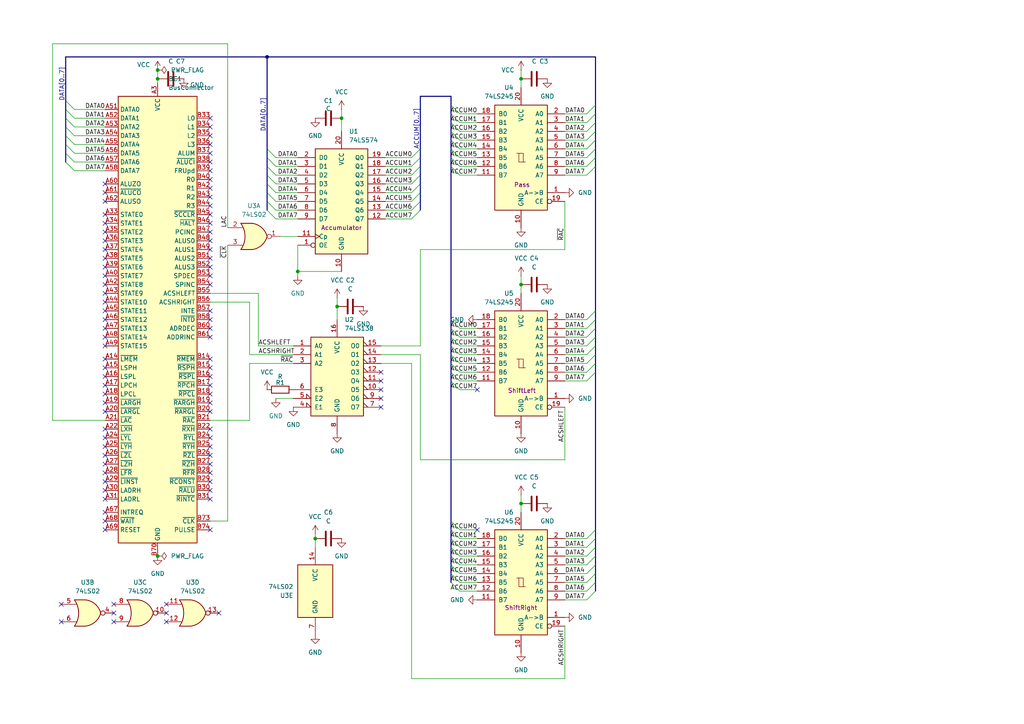
<source format=kicad_sch>
(kicad_sch (version 20250114) (generator "eeschema") (generator_version "9.0")
  (paper "A4")
  (lib_symbols
    (symbol "74xx:74LS02" (pin_names (offset 1.016))
      (property "Reference" "U" (at 0 1.27 0))
      (property "Value" "74LS02" (at 0 -1.27 0))
      (symbol "74LS02_1_1"
        (pin input line (at -7.62 2.54 0) (length 4.318) (name "~") (number "2"))
        (pin input line (at -7.62 -2.54 0) (length 4.318) (name "~") (number "3"))
        (pin output inverted (at 7.62 0 180) (length 3.81) (name "~") (number "1"))
      )
      (symbol "74LS02_1_2"
        (pin input inverted (at -7.62 2.54 0) (length 3.81) (name "~") (number "2"))
        (pin input inverted (at -7.62 -2.54 0) (length 3.81) (name "~") (number "3"))
        (pin output line (at 7.62 0 180) (length 3.81) (name "~") (number "1"))
      )
      (symbol "74LS02_2_1"
        (pin input line (at -7.62 2.54 0) (length 4.318) (name "~") (number "5"))
        (pin input line (at -7.62 -2.54 0) (length 4.318) (name "~") (number "6"))
        (pin output inverted (at 7.62 0 180) (length 3.81) (name "~") (number "4"))
      )
      (symbol "74LS02_2_2"
        (pin input inverted (at -7.62 2.54 0) (length 3.81) (name "~") (number "5"))
        (pin input inverted (at -7.62 -2.54 0) (length 3.81) (name "~") (number "6"))
        (pin output line (at 7.62 0 180) (length 3.81) (name "~") (number "4"))
      )
      (symbol "74LS02_3_1"
        (pin input line (at -7.62 2.54 0) (length 4.318) (name "~") (number "8"))
        (pin input line (at -7.62 -2.54 0) (length 4.318) (name "~") (number "9"))
        (pin output inverted (at 7.62 0 180) (length 3.81) (name "~") (number "10"))
      )
      (symbol "74LS02_3_2"
        (pin input inverted (at -7.62 2.54 0) (length 3.81) (name "~") (number "8"))
        (pin input inverted (at -7.62 -2.54 0) (length 3.81) (name "~") (number "9"))
        (pin output line (at 7.62 0 180) (length 3.81) (name "~") (number "10"))
      )
      (symbol "74LS02_4_1"
        (pin input line (at -7.62 2.54 0) (length 4.318) (name "~") (number "11"))
        (pin input line (at -7.62 -2.54 0) (length 4.318) (name "~") (number "12"))
        (pin output inverted (at 7.62 0 180) (length 3.81) (name "~") (number "13"))
      )
      (symbol "74LS02_4_2"
        (pin input inverted (at -7.62 2.54 0) (length 3.81) (name "~") (number "11"))
        (pin input inverted (at -7.62 -2.54 0) (length 3.81) (name "~") (number "12"))
        (pin output line (at 7.62 0 180) (length 3.81) (name "~") (number "13"))
      )
      (symbol "74LS02_5_0"
        (pin power_in line (at 0 12.7 270) (length 5.08) (name "VCC") (number "14"))
        (pin power_in line (at 0 -12.7 90) (length 5.08) (name "GND") (number "7"))
      )
    )
    (symbol "74xx:74LS138" (pin_names (offset 1.016))
      (property "Reference" "U" (at -7.62 11.43 0))
      (property "Value" "74LS138" (at -7.62 -13.97 0))
      (symbol "74LS138_1_0"
        (pin input line (at -12.7 7.62 0) (length 5.08) (name "A0") (number "1"))
        (pin input line (at -12.7 5.08 0) (length 5.08) (name "A1") (number "2"))
        (pin input line (at -12.7 2.54 0) (length 5.08) (name "A2") (number "3"))
        (pin input line (at -12.7 -5.08 0) (length 5.08) (name "E3") (number "6"))
        (pin input input_low (at -12.7 -7.62 0) (length 5.08) (name "E2") (number "5"))
        (pin input input_low (at -12.7 -10.16 0) (length 5.08) (name "E1") (number "4"))
        (pin power_in line (at 0 15.24 270) (length 5.08) (name "VCC") (number "16"))
        (pin power_in line (at 0 -17.78 90) (length 5.08) (name "GND") (number "8"))
        (pin output output_low (at 12.7 7.62 180) (length 5.08) (name "O0") (number "15"))
        (pin output output_low (at 12.7 5.08 180) (length 5.08) (name "O1") (number "14"))
        (pin output output_low (at 12.7 2.54 180) (length 5.08) (name "O2") (number "13"))
        (pin output output_low (at 12.7 0 180) (length 5.08) (name "O3") (number "12"))
        (pin output output_low (at 12.7 -2.54 180) (length 5.08) (name "O4") (number "11"))
        (pin output output_low (at 12.7 -5.08 180) (length 5.08) (name "O5") (number "10"))
        (pin output output_low (at 12.7 -7.62 180) (length 5.08) (name "O6") (number "9"))
        (pin output output_low (at 12.7 -10.16 180) (length 5.08) (name "O7") (number "7"))
      )
    )
    (symbol "74xx:74LS245" (pin_names (offset 1.016))
      (property "Reference" "U" (at -7.62 16.51 0))
      (property "Value" "74LS245" (at -7.62 -16.51 0))
      (symbol "74LS245_1_0"
        (pin tri_state line (at -12.7 12.7 0) (length 5.08) (name "A0") (number "2"))
        (pin tri_state line (at -12.7 10.16 0) (length 5.08) (name "A1") (number "3"))
        (pin tri_state line (at -12.7 7.62 0) (length 5.08) (name "A2") (number "4"))
        (pin tri_state line (at -12.7 5.08 0) (length 5.08) (name "A3") (number "5"))
        (pin tri_state line (at -12.7 2.54 0) (length 5.08) (name "A4") (number "6"))
        (pin tri_state line (at -12.7 0 0) (length 5.08) (name "A5") (number "7"))
        (pin tri_state line (at -12.7 -2.54 0) (length 5.08) (name "A6") (number "8"))
        (pin tri_state line (at -12.7 -5.08 0) (length 5.08) (name "A7") (number "9"))
        (pin input line (at -12.7 -10.16 0) (length 5.08) (name "A->B") (number "1"))
        (pin input inverted (at -12.7 -12.7 0) (length 5.08) (name "CE") (number "19"))
        (pin power_in line (at 0 20.32 270) (length 5.08) (name "VCC") (number "20"))
        (pin power_in line (at 0 -20.32 90) (length 5.08) (name "GND") (number "10"))
        (pin tri_state line (at 12.7 12.7 180) (length 5.08) (name "B0") (number "18"))
        (pin tri_state line (at 12.7 10.16 180) (length 5.08) (name "B1") (number "17"))
        (pin tri_state line (at 12.7 7.62 180) (length 5.08) (name "B2") (number "16"))
        (pin tri_state line (at 12.7 5.08 180) (length 5.08) (name "B3") (number "15"))
        (pin tri_state line (at 12.7 2.54 180) (length 5.08) (name "B4") (number "14"))
        (pin tri_state line (at 12.7 0 180) (length 5.08) (name "B5") (number "13"))
        (pin tri_state line (at 12.7 -2.54 180) (length 5.08) (name "B6") (number "12"))
        (pin tri_state line (at 12.7 -5.08 180) (length 5.08) (name "B7") (number "11"))
      )
    )
    (symbol "74xx:74LS574" (pin_names (offset 1.016))
      (property "Reference" "U" (at -7.62 16.51 0))
      (property "Value" "74LS574" (at -7.62 -16.51 0))
      (symbol "74LS574_1_0"
        (pin input line (at -12.7 12.7 0) (length 5.08) (name "D0") (number "2"))
        (pin input line (at -12.7 10.16 0) (length 5.08) (name "D1") (number "3"))
        (pin input line (at -12.7 7.62 0) (length 5.08) (name "D2") (number "4"))
        (pin input line (at -12.7 5.08 0) (length 5.08) (name "D3") (number "5"))
        (pin input line (at -12.7 2.54 0) (length 5.08) (name "D4") (number "6"))
        (pin input line (at -12.7 0 0) (length 5.08) (name "D5") (number "7"))
        (pin input line (at -12.7 -2.54 0) (length 5.08) (name "D6") (number "8"))
        (pin input line (at -12.7 -5.08 0) (length 5.08) (name "D7") (number "9"))
        (pin input clock (at -12.7 -10.16 0) (length 5.08) (name "Cp") (number "11"))
        (pin input inverted (at -12.7 -12.7 0) (length 5.08) (name "OE") (number "1"))
        (pin power_in line (at 0 20.32 270) (length 5.08) (name "VCC") (number "20"))
        (pin power_in line (at 0 -20.32 90) (length 5.08) (name "GND") (number "10"))
        (pin tri_state line (at 12.7 12.7 180) (length 5.08) (name "Q0") (number "19"))
        (pin tri_state line (at 12.7 10.16 180) (length 5.08) (name "Q1") (number "18"))
        (pin tri_state line (at 12.7 7.62 180) (length 5.08) (name "Q2") (number "17"))
        (pin tri_state line (at 12.7 5.08 180) (length 5.08) (name "Q3") (number "16"))
        (pin tri_state line (at 12.7 2.54 180) (length 5.08) (name "Q4") (number "15"))
        (pin tri_state line (at 12.7 0 180) (length 5.08) (name "Q5") (number "14"))
        (pin tri_state line (at 12.7 -2.54 180) (length 5.08) (name "Q6") (number "13"))
        (pin tri_state line (at 12.7 -5.08 180) (length 5.08) (name "Q7") (number "12"))
      )
    )
    (symbol "Device:C" (pin_numbers (hide yes)) (pin_names (offset 0.254))
      (property "Reference" "C" (at 0.635 2.54 0))
      (property "Value" "C" (at 0.635 -2.54 0))
      (symbol "C_1_1"
        (pin passive line (at 0 3.81 270) (length 2.794) (name "~") (number "1"))
        (pin passive line (at 0 -3.81 90) (length 2.794) (name "~") (number "2"))
      )
    )
    (symbol "Device:R" (pin_numbers (hide yes)) (pin_names (offset 0))
      (property "Reference" "R" (at 2.032 0 90))
      (property "Value" "R" (at 0 0 90))
      (symbol "R_1_1"
        (pin passive line (at 0 3.81 270) (length 1.27) (name "~") (number "1"))
        (pin passive line (at 0 -3.81 90) (length 1.27) (name "~") (number "2"))
      )
    )
    (symbol "cpu816symbols:BusConnector"
      (property "Reference" "BC" (at -8.89 66.04 0))
      (property "Value" "BusConnector" (at 13.97 66.04 0))
      (symbol "BusConnector_1_0"
        (pin passive line (at 0 68.58 270) (length 3.81) (hide yes) (name "VCC") (number "B1"))
        (pin passive line (at 0 68.58 270) (length 3.81) (hide yes) (name "VCC") (number "B2"))
        (pin passive line (at 0 68.58 270) (length 3.81) (hide yes) (name "VCC") (number "B3"))
        (pin passive line (at 0 68.58 270) (length 3.81) (hide yes) (name "VCC") (number "B4"))
        (pin passive line (at 0 68.58 270) (length 3.81) (hide yes) (name "VCC") (number "B5"))
        (pin passive line (at 0 -68.58 90) (length 3.81) (hide yes) (name "GND") (number "A66"))
        (pin passive line (at 0 -68.58 90) (length 3.81) (hide yes) (name "GND") (number "A70"))
        (pin passive line (at 0 -68.58 90) (length 3.81) (hide yes) (name "GND") (number "A71"))
        (pin passive line (at 0 -68.58 90) (length 3.81) (hide yes) (name "GND") (number "A72"))
        (pin passive line (at 0 -68.58 90) (length 3.81) (hide yes) (name "GND") (number "A73"))
        (pin passive line (at 0 -68.58 90) (length 3.81) (hide yes) (name "GND") (number "A74"))
        (pin passive line (at 0 -68.58 90) (length 3.81) (hide yes) (name "GND") (number "A75"))
        (pin passive line (at 0 -68.58 90) (length 3.81) (hide yes) (name "GND") (number "A76"))
        (pin passive line (at 0 -68.58 90) (length 3.81) (hide yes) (name "GND") (number "B12"))
        (pin passive line (at 0 -68.58 90) (length 3.81) (hide yes) (name "GND") (number "B13"))
        (pin passive line (at 0 -68.58 90) (length 3.81) (hide yes) (name "GND") (number "B23"))
        (pin passive line (at 0 -68.58 90) (length 3.81) (hide yes) (name "GND") (number "B32"))
        (pin passive line (at 0 -68.58 90) (length 3.81) (hide yes) (name "GND") (number "B41"))
        (pin passive line (at 0 -68.58 90) (length 3.81) (hide yes) (name "GND") (number "B50"))
        (pin passive line (at 0 -68.58 90) (length 3.81) (hide yes) (name "GND") (number "B59"))
        (pin passive line (at 0 -68.58 90) (length 3.81) (hide yes) (name "GND") (number "B62"))
        (pin passive line (at 0 -68.58 90) (length 3.81) (hide yes) (name "GND") (number "B63"))
        (pin passive line (at 0 -68.58 90) (length 3.81) (hide yes) (name "GND") (number "B64"))
        (pin passive line (at 0 -68.58 90) (length 3.81) (hide yes) (name "GND") (number "B65"))
        (pin passive line (at 0 -68.58 90) (length 3.81) (hide yes) (name "GND") (number "B66"))
        (pin passive line (at 0 -68.58 90) (length 3.81) (hide yes) (name "GND") (number "B67"))
        (pin passive line (at 0 -68.58 90) (length 3.81) (hide yes) (name "GND") (number "B68"))
        (pin passive line (at 0 -68.58 90) (length 3.81) (hide yes) (name "GND") (number "B69"))
        (pin power_in line (at 0 -68.58 90) (length 3.81) (name "GND") (number "B70"))
        (pin passive line (at 0 -68.58 90) (length 3.81) (hide yes) (name "GND") (number "B71"))
        (pin passive line (at 0 -68.58 90) (length 3.81) (hide yes) (name "GND") (number "B72"))
        (pin passive line (at 0 -68.58 90) (length 3.81) (hide yes) (name "GND") (number "B75"))
        (pin passive line (at 0 -68.58 90) (length 3.81) (hide yes) (name "GND") (number "B76"))
      )
      (symbol "BusConnector_1_1"
        (pin passive line (at -15.24 58.42 0) (length 3.81) (name "L0") (number "B33"))
        (pin passive line (at -15.24 55.88 0) (length 3.81) (name "L1") (number "B34"))
        (pin passive line (at -15.24 53.34 0) (length 3.81) (name "L2") (number "B35"))
        (pin passive line (at -15.24 50.8 0) (length 3.81) (name "L3") (number "B36"))
        (pin passive line (at -15.24 48.26 0) (length 3.81) (name "ALUM") (number "B37"))
        (pin passive line (at -15.24 45.72 0) (length 3.81) (name "~{ALUCI}") (number "B38"))
        (pin passive line (at -15.24 43.18 0) (length 3.81) (name "FRUpd") (number "B39"))
        (pin passive line (at -15.24 40.64 0) (length 3.81) (name "R0") (number "B40"))
        (pin passive line (at -15.24 38.1 0) (length 3.81) (name "R1") (number "B42"))
        (pin passive line (at -15.24 35.56 0) (length 3.81) (name "R2") (number "B43"))
        (pin passive line (at -15.24 33.02 0) (length 3.81) (name "R3") (number "B44"))
        (pin passive line (at -15.24 30.48 0) (length 3.81) (name "~{SCCLR}") (number "B45"))
        (pin passive line (at -15.24 27.94 0) (length 3.81) (name "~{HALT}") (number "B46"))
        (pin passive line (at -15.24 25.4 0) (length 3.81) (name "PCINC") (number "B47"))
        (pin passive line (at -15.24 22.86 0) (length 3.81) (name "ALUS0") (number "B48"))
        (pin passive line (at -15.24 20.32 0) (length 3.81) (name "ALUS1") (number "B49"))
        (pin passive line (at -15.24 17.78 0) (length 3.81) (name "ALUS2") (number "B51"))
        (pin passive line (at -15.24 15.24 0) (length 3.81) (name "ALUS3") (number "B52"))
        (pin passive line (at -15.24 12.7 0) (length 3.81) (name "SPDEC") (number "B53"))
        (pin passive line (at -15.24 10.16 0) (length 3.81) (name "SPINC") (number "B54"))
        (pin passive line (at -15.24 7.62 0) (length 3.81) (name "ACSHLEFT") (number "B55"))
        (pin passive line (at -15.24 5.08 0) (length 3.81) (name "ACSHRIGHT") (number "B56"))
        (pin passive line (at -15.24 2.54 0) (length 3.81) (name "INTE") (number "B57"))
        (pin passive line (at -15.24 0 0) (length 3.81) (name "~{INTD}") (number "B58"))
        (pin passive line (at -15.24 -2.54 0) (length 3.81) (name "ADRDEC") (number "B60"))
        (pin passive line (at -15.24 -5.08 0) (length 3.81) (name "ADDRINC") (number "B61"))
        (pin passive line (at -15.24 -11.43 0) (length 3.81) (name "~{RMEM}") (number "B14"))
        (pin passive line (at -15.24 -13.97 0) (length 3.81) (name "~{RSPH}") (number "B15"))
        (pin passive line (at -15.24 -16.51 0) (length 3.81) (name "~{RSPL}") (number "B16"))
        (pin passive line (at -15.24 -19.05 0) (length 3.81) (name "~{RPCH}") (number "B17"))
        (pin passive line (at -15.24 -21.59 0) (length 3.81) (name "~{RPCL}") (number "B18"))
        (pin passive line (at -15.24 -24.13 0) (length 3.81) (name "~{RARGH}") (number "B19"))
        (pin passive line (at -15.24 -26.67 0) (length 3.81) (name "~{RARGL}") (number "B20"))
        (pin passive line (at -15.24 -29.21 0) (length 3.81) (name "~{RAC}") (number "B21"))
        (pin passive line (at -15.24 -31.75 0) (length 3.81) (name "~{RXH}") (number "B22"))
        (pin passive line (at -15.24 -34.29 0) (length 3.81) (name "~{RYL}") (number "B24"))
        (pin passive line (at -15.24 -36.83 0) (length 3.81) (name "~{RYH}") (number "B25"))
        (pin passive line (at -15.24 -39.37 0) (length 3.81) (name "~{RZL}") (number "B26"))
        (pin passive line (at -15.24 -41.91 0) (length 3.81) (name "~{RZH}") (number "B27"))
        (pin passive line (at -15.24 -44.45 0) (length 3.81) (name "~{RFR}") (number "B28"))
        (pin passive line (at -15.24 -46.99 0) (length 3.81) (name "~{RCONST}") (number "B29"))
        (pin passive line (at -15.24 -49.53 0) (length 3.81) (name "~{RALU}") (number "B30"))
        (pin passive line (at -15.24 -52.07 0) (length 3.81) (name "~{RINTC}") (number "B31"))
        (pin passive line (at -15.24 -58.42 0) (length 3.81) (name "~{CLK}") (number "B73"))
        (pin passive line (at -15.24 -60.96 0) (length 3.81) (name "PULSE") (number "B74"))
        (pin passive line (at 0 68.58 270) (length 3.81) (hide yes) (name "VCC") (number "A1"))
        (pin passive line (at 0 68.58 270) (length 3.81) (hide yes) (name "VCC") (number "A2"))
        (pin power_in line (at 0 68.58 270) (length 3.81) (name "VCC") (number "A3"))
        (pin passive line (at 0 68.58 270) (length 3.81) (hide yes) (name "VCC") (number "A4"))
        (pin passive line (at 0 68.58 270) (length 3.81) (hide yes) (name "VCC") (number "A5"))
        (pin passive line (at 0 -68.58 90) (length 3.81) (hide yes) (name "GND") (number "A12"))
        (pin passive line (at 0 -68.58 90) (length 3.81) (hide yes) (name "GND") (number "A13"))
        (pin passive line (at 0 -68.58 90) (length 3.81) (hide yes) (name "GND") (number "A23"))
        (pin passive line (at 0 -68.58 90) (length 3.81) (hide yes) (name "GND") (number "A32"))
        (pin passive line (at 0 -68.58 90) (length 3.81) (hide yes) (name "GND") (number "A41"))
        (pin passive line (at 0 -68.58 90) (length 3.81) (hide yes) (name "GND") (number "A50"))
        (pin passive line (at 0 -68.58 90) (length 3.81) (hide yes) (name "GND") (number "A59"))
        (pin passive line (at 0 -68.58 90) (length 3.81) (hide yes) (name "GND") (number "A63"))
        (pin passive line (at 0 -68.58 90) (length 3.81) (hide yes) (name "GND") (number "A64"))
        (pin passive line (at 0 -68.58 90) (length 3.81) (hide yes) (name "GND") (number "A65"))
        (pin passive line (at 15.24 60.96 180) (length 3.81) (name "DATA0") (number "A51"))
        (pin passive line (at 15.24 58.42 180) (length 3.81) (name "DATA1") (number "A52"))
        (pin passive line (at 15.24 55.88 180) (length 3.81) (name "DATA2") (number "A53"))
        (pin passive line (at 15.24 53.34 180) (length 3.81) (name "DATA3") (number "A54"))
        (pin passive line (at 15.24 50.8 180) (length 3.81) (name "DATA4") (number "A55"))
        (pin passive line (at 15.24 48.26 180) (length 3.81) (name "DATA5") (number "A56"))
        (pin passive line (at 15.24 45.72 180) (length 3.81) (name "DATA6") (number "A57"))
        (pin passive line (at 15.24 43.18 180) (length 3.81) (name "DATA7") (number "A58"))
        (pin passive line (at 15.24 39.37 180) (length 3.81) (name "ALUZO") (number "A60"))
        (pin passive line (at 15.24 36.83 180) (length 3.81) (name "~{ALUCO}") (number "A61"))
        (pin passive line (at 15.24 34.29 180) (length 3.81) (name "ALUSO") (number "A62"))
        (pin passive line (at 15.24 30.48 180) (length 3.81) (name "STATE0") (number "A33"))
        (pin passive line (at 15.24 27.94 180) (length 3.81) (name "STATE1") (number "A34"))
        (pin passive line (at 15.24 25.4 180) (length 3.81) (name "STATE2") (number "A35"))
        (pin passive line (at 15.24 22.86 180) (length 3.81) (name "STATE3") (number "A36"))
        (pin passive line (at 15.24 20.32 180) (length 3.81) (name "STATE4") (number "A37"))
        (pin passive line (at 15.24 17.78 180) (length 3.81) (name "STATE5") (number "A38"))
        (pin passive line (at 15.24 15.24 180) (length 3.81) (name "STATE6") (number "A39"))
        (pin passive line (at 15.24 12.7 180) (length 3.81) (name "STATE7") (number "A40"))
        (pin passive line (at 15.24 10.16 180) (length 3.81) (name "STATE8") (number "A42"))
        (pin passive line (at 15.24 7.62 180) (length 3.81) (name "STATE9") (number "A43"))
        (pin passive line (at 15.24 5.08 180) (length 3.81) (name "STATE10") (number "A44"))
        (pin passive line (at 15.24 2.54 180) (length 3.81) (name "STATE11") (number "A45"))
        (pin passive line (at 15.24 0 180) (length 3.81) (name "STATE12") (number "A46"))
        (pin passive line (at 15.24 -2.54 180) (length 3.81) (name "STATE13") (number "A47"))
        (pin passive line (at 15.24 -5.08 180) (length 3.81) (name "STATE14") (number "A48"))
        (pin passive line (at 15.24 -7.62 180) (length 3.81) (name "STATE15") (number "A49"))
        (pin passive line (at 15.24 -11.43 180) (length 3.81) (name "~{LMEM}") (number "A14"))
        (pin passive line (at 15.24 -13.97 180) (length 3.81) (name "LSPH") (number "A15"))
        (pin passive line (at 15.24 -16.51 180) (length 3.81) (name "LSPL") (number "A16"))
        (pin passive line (at 15.24 -19.05 180) (length 3.81) (name "LPCH") (number "A17"))
        (pin passive line (at 15.24 -21.59 180) (length 3.81) (name "LPCL") (number "A18"))
        (pin passive line (at 15.24 -24.13 180) (length 3.81) (name "~{LARGH}") (number "A19"))
        (pin passive line (at 15.24 -26.67 180) (length 3.81) (name "~{LARGL}") (number "A20"))
        (pin passive line (at 15.24 -29.21 180) (length 3.81) (name "~{LAC}") (number "A21"))
        (pin passive line (at 15.24 -31.75 180) (length 3.81) (name "~{LXH}") (number "A22"))
        (pin passive line (at 15.24 -34.29 180) (length 3.81) (name "~{LYL}") (number "A24"))
        (pin passive line (at 15.24 -36.83 180) (length 3.81) (name "~{LYH}") (number "A25"))
        (pin passive line (at 15.24 -39.37 180) (length 3.81) (name "~{LZL}") (number "A26"))
        (pin passive line (at 15.24 -41.91 180) (length 3.81) (name "~{LZH}") (number "A27"))
        (pin passive line (at 15.24 -44.45 180) (length 3.81) (name "~{LFR}") (number "A28"))
        (pin passive line (at 15.24 -46.99 180) (length 3.81) (name "~{LINST}") (number "A29"))
        (pin passive line (at 15.24 -49.53 180) (length 3.81) (name "LADRH") (number "A30"))
        (pin passive line (at 15.24 -52.07 180) (length 3.81) (name "LADRL") (number "A31"))
        (pin passive line (at 15.24 -55.88 180) (length 3.81) (name "INTREQ") (number "A67"))
        (pin passive line (at 15.24 -58.42 180) (length 3.81) (name "~{WAIT}") (number "A68"))
        (pin passive line (at 15.24 -60.96 180) (length 3.81) (name "RESET") (number "A69"))
      )
    )
    (symbol "power:GND" (power) (pin_numbers (hide yes)) (pin_names (offset 0) (hide yes))
      (property "Value" "GND" (at 0 -3.81 0))
      (symbol "GND_1_1"
        (pin power_in line (at 0 0 270) (length 0) (name "~") (number "1"))
      )
    )
    (symbol "power:PWR_FLAG" (power) (pin_numbers (hide yes)) (pin_names (offset 0) (hide yes))
      (property "Value" "PWR_FLAG" (at 0 3.81 0))
      (symbol "PWR_FLAG_0_0"
        (pin power_out line (at 0 0 90) (length 0) (name "~") (number "1"))
      )
    )
    (symbol "power:VCC" (power) (pin_numbers (hide yes)) (pin_names (offset 0) (hide yes))
      (property "Value" "VCC" (at 0 3.556 0))
      (symbol "VCC_1_1"
        (pin power_in line (at 0 0 90) (length 0) (name "~") (number "1"))
      )
    )
  )
  (junction (at 45.72 20.32))
  (junction (at 151.13 22.86))
  (junction (at 151.13 82.55))
  (junction (at 151.13 146.05))
  (junction (at 99.06 34.29))
  (junction (at 97.79 88.9))
  (junction (at 86.36 78.74))
  (junction (at 91.44 156.21))
  (junction (at 77.47 16.51))
  (junction (at 45.72 161.29))
  (junction (at 45.72 22.86))
  (no_connect (at 30.48 90.17))
  (no_connect (at 60.96 57.15))
  (no_connect (at 30.48 80.01))
  (no_connect (at 60.96 72.39))
  (no_connect (at 48.26 180.34))
  (no_connect (at 30.48 124.46))
  (no_connect (at 30.48 77.47))
  (no_connect (at 30.48 109.22))
  (no_connect (at 60.96 39.37))
  (no_connect (at 60.96 139.7))
  (no_connect (at 60.96 132.08))
  (no_connect (at 138.43 153.67))
  (no_connect (at 60.96 59.69))
  (no_connect (at 60.96 74.93))
  (no_connect (at 30.48 67.31))
  (no_connect (at 110.49 110.49))
  (no_connect (at 33.02 180.34))
  (no_connect (at 30.48 106.68))
  (no_connect (at 60.96 142.24))
  (no_connect (at 30.48 137.16))
  (no_connect (at 30.48 119.38))
  (no_connect (at 30.48 62.23))
  (no_connect (at 60.96 52.07))
  (no_connect (at 60.96 137.16))
  (no_connect (at 60.96 127))
  (no_connect (at 30.48 151.13))
  (no_connect (at 30.48 132.08))
  (no_connect (at 60.96 111.76))
  (no_connect (at 30.48 153.67))
  (no_connect (at 60.96 64.77))
  (no_connect (at 30.48 58.42))
  (no_connect (at 17.78 175.26))
  (no_connect (at 30.48 134.62))
  (no_connect (at 60.96 95.25))
  (no_connect (at 110.49 118.11))
  (no_connect (at 48.26 175.26))
  (no_connect (at 30.48 114.3))
  (no_connect (at 60.96 80.01))
  (no_connect (at 138.43 113.03))
  (no_connect (at 60.96 34.29))
  (no_connect (at 30.48 129.54))
  (no_connect (at 60.96 49.53))
  (no_connect (at 30.48 127))
  (no_connect (at 60.96 92.71))
  (no_connect (at 30.48 144.78))
  (no_connect (at 60.96 124.46))
  (no_connect (at 60.96 134.62))
  (no_connect (at 30.48 92.71))
  (no_connect (at 60.96 114.3))
  (no_connect (at 60.96 67.31))
  (no_connect (at 30.48 55.88))
  (no_connect (at 60.96 119.38))
  (no_connect (at 60.96 69.85))
  (no_connect (at 60.96 153.67))
  (no_connect (at 30.48 116.84))
  (no_connect (at 110.49 115.57))
  (no_connect (at 60.96 106.68))
  (no_connect (at 60.96 46.99))
  (no_connect (at 17.78 180.34))
  (no_connect (at 30.48 100.33))
  (no_connect (at 60.96 77.47))
  (no_connect (at 60.96 44.45))
  (no_connect (at 30.48 74.93))
  (no_connect (at 60.96 129.54))
  (no_connect (at 60.96 82.55))
  (no_connect (at 60.96 97.79))
  (no_connect (at 30.48 72.39))
  (no_connect (at 60.96 90.17))
  (no_connect (at 30.48 139.7))
  (no_connect (at 30.48 85.09))
  (no_connect (at 30.48 95.25))
  (no_connect (at 60.96 104.14))
  (no_connect (at 30.48 69.85))
  (no_connect (at 60.96 144.78))
  (no_connect (at 30.48 97.79))
  (no_connect (at 60.96 36.83))
  (no_connect (at 110.49 113.03))
  (no_connect (at 30.48 82.55))
  (no_connect (at 110.49 107.95))
  (no_connect (at 30.48 104.14))
  (no_connect (at 33.02 177.8))
  (no_connect (at 30.48 53.34))
  (no_connect (at 30.48 111.76))
  (no_connect (at 60.96 41.91))
  (no_connect (at 30.48 148.59))
  (no_connect (at 60.96 116.84))
  (no_connect (at 30.48 142.24))
  (no_connect (at 33.02 175.26))
  (no_connect (at 60.96 62.23))
  (no_connect (at 48.26 177.8))
  (no_connect (at 30.48 64.77))
  (no_connect (at 30.48 87.63))
  (no_connect (at 63.5 177.8))
  (no_connect (at 60.96 54.61))
  (no_connect (at 60.96 109.22))
  (bus_entry (at 130.81 30.48) (size 2.54 2.54))
  (bus_entry (at 130.81 105.41) (size 2.54 2.54))
  (bus_entry (at 172.72 90.17) (size -2.54 2.54))
  (bus_entry (at 121.92 45.72) (size -2.54 2.54))
  (bus_entry (at 19.05 31.75) (size 2.54 2.54))
  (bus_entry (at 121.92 55.88) (size -2.54 2.54))
  (bus_entry (at 130.81 166.37) (size 2.54 2.54))
  (bus_entry (at 130.81 35.56) (size 2.54 2.54))
  (bus_entry (at 172.72 35.56) (size -2.54 2.54))
  (bus_entry (at 172.72 166.37) (size -2.54 2.54))
  (bus_entry (at 19.05 29.21) (size 2.54 2.54))
  (bus_entry (at 130.81 40.64) (size 2.54 2.54))
  (bus_entry (at 172.72 107.95) (size -2.54 2.54))
  (bus_entry (at 19.05 34.29) (size 2.54 2.54))
  (bus_entry (at 130.81 163.83) (size 2.54 2.54))
  (bus_entry (at 121.92 50.8) (size -2.54 2.54))
  (bus_entry (at 121.92 60.96) (size -2.54 2.54))
  (bus_entry (at 19.05 41.91) (size 2.54 2.54))
  (bus_entry (at 130.81 110.49) (size 2.54 2.54))
  (bus_entry (at 77.47 60.96) (size 2.54 2.54))
  (bus_entry (at 121.92 53.34) (size -2.54 2.54))
  (bus_entry (at 121.92 43.18) (size -2.54 2.54))
  (bus_entry (at 172.72 105.41) (size -2.54 2.54))
  (bus_entry (at 130.81 158.75) (size 2.54 2.54))
  (bus_entry (at 172.72 171.45) (size -2.54 2.54))
  (bus_entry (at 130.81 33.02) (size 2.54 2.54))
  (bus_entry (at 19.05 44.45) (size 2.54 2.54))
  (bus_entry (at 130.81 95.25) (size 2.54 2.54))
  (bus_entry (at 130.81 156.21) (size 2.54 2.54))
  (bus_entry (at 172.72 43.18) (size -2.54 2.54))
  (bus_entry (at 77.47 50.8) (size 2.54 2.54))
  (bus_entry (at 172.72 163.83) (size -2.54 2.54))
  (bus_entry (at 172.72 156.21) (size -2.54 2.54))
  (bus_entry (at 19.05 46.99) (size 2.54 2.54))
  (bus_entry (at 121.92 58.42) (size -2.54 2.54))
  (bus_entry (at 77.47 58.42) (size 2.54 2.54))
  (bus_entry (at 130.81 45.72) (size 2.54 2.54))
  (bus_entry (at 19.05 39.37) (size 2.54 2.54))
  (bus_entry (at 77.47 43.18) (size 2.54 2.54))
  (bus_entry (at 130.81 38.1) (size 2.54 2.54))
  (bus_entry (at 172.72 168.91) (size -2.54 2.54))
  (bus_entry (at 19.05 36.83) (size 2.54 2.54))
  (bus_entry (at 172.72 158.75) (size -2.54 2.54))
  (bus_entry (at 130.81 100.33) (size 2.54 2.54))
  (bus_entry (at 130.81 107.95) (size 2.54 2.54))
  (bus_entry (at 130.81 168.91) (size 2.54 2.54))
  (bus_entry (at 172.72 95.25) (size -2.54 2.54))
  (bus_entry (at 130.81 97.79) (size 2.54 2.54))
  (bus_entry (at 130.81 43.18) (size 2.54 2.54))
  (bus_entry (at 172.72 30.48) (size -2.54 2.54))
  (bus_entry (at 172.72 97.79) (size -2.54 2.54))
  (bus_entry (at 172.72 161.29) (size -2.54 2.54))
  (bus_entry (at 172.72 102.87) (size -2.54 2.54))
  (bus_entry (at 77.47 53.34) (size 2.54 2.54))
  (bus_entry (at 172.72 153.67) (size -2.54 2.54))
  (bus_entry (at 130.81 92.71) (size 2.54 2.54))
  (bus_entry (at 77.47 55.88) (size 2.54 2.54))
  (bus_entry (at 172.72 40.64) (size -2.54 2.54))
  (bus_entry (at 121.92 48.26) (size -2.54 2.54))
  (bus_entry (at 77.47 48.26) (size 2.54 2.54))
  (bus_entry (at 130.81 48.26) (size 2.54 2.54))
  (bus_entry (at 130.81 153.67) (size 2.54 2.54))
  (bus_entry (at 77.47 45.72) (size 2.54 2.54))
  (bus_entry (at 130.81 102.87) (size 2.54 2.54))
  (bus_entry (at 130.81 161.29) (size 2.54 2.54))
  (bus_entry (at 172.72 92.71) (size -2.54 2.54))
  (bus_entry (at 172.72 38.1) (size -2.54 2.54))
  (bus_entry (at 172.72 45.72) (size -2.54 2.54))
  (bus_entry (at 172.72 48.26) (size -2.54 2.54))
  (bus_entry (at 172.72 33.02) (size -2.54 2.54))
  (bus_entry (at 130.81 151.13) (size 2.54 2.54))
  (bus_entry (at 172.72 100.33) (size -2.54 2.54))
  (wire (pts (xy 111.76 63.5) (xy 119.38 63.5)))
  (wire (pts (xy 110.49 100.33) (xy 121.92 100.33)))
  (wire (pts (xy 111.76 48.26) (xy 119.38 48.26)))
  (wire (pts (xy 133.35 171.45) (xy 138.43 171.45)))
  (bus (pts (xy 77.47 16.51) (xy 19.05 16.51)))
  (wire (pts (xy 163.83 72.39) (xy 163.83 58.42)))
  (wire (pts (xy 74.93 100.33) (xy 85.09 100.33)))
  (wire (pts (xy 91.44 154.94) (xy 91.44 156.21)))
  (bus (pts (xy 130.81 92.71) (xy 130.81 95.25)))
  (wire (pts (xy 30.48 121.92) (xy 15.24 121.92)))
  (wire (pts (xy 133.35 105.41) (xy 138.43 105.41)))
  (wire (pts (xy 133.35 107.95) (xy 138.43 107.95)))
  (bus (pts (xy 130.81 156.21) (xy 130.81 158.75)))
  (bus (pts (xy 130.81 166.37) (xy 130.81 168.91)))
  (wire (pts (xy 170.18 110.49) (xy 163.83 110.49)))
  (wire (pts (xy 21.59 46.99) (xy 30.48 46.99)))
  (wire (pts (xy 133.35 102.87) (xy 138.43 102.87)))
  (bus (pts (xy 77.47 45.72) (xy 77.47 48.26)))
  (bus (pts (xy 130.81 107.95) (xy 130.81 110.49)))
  (bus (pts (xy 172.72 156.21) (xy 172.72 158.75)))
  (wire (pts (xy 151.13 80.01) (xy 151.13 82.55)))
  (bus (pts (xy 172.72 30.48) (xy 172.72 33.02)))
  (bus (pts (xy 19.05 34.29) (xy 19.05 36.83)))
  (wire (pts (xy 133.35 166.37) (xy 138.43 166.37)))
  (wire (pts (xy 133.35 45.72) (xy 138.43 45.72)))
  (wire (pts (xy 121.92 102.87) (xy 121.92 133.35)))
  (bus (pts (xy 172.72 40.64) (xy 172.72 43.18)))
  (wire (pts (xy 80.01 48.26) (xy 86.36 48.26)))
  (wire (pts (xy 170.18 166.37) (xy 163.83 166.37)))
  (wire (pts (xy 111.76 45.72) (xy 119.38 45.72)))
  (bus (pts (xy 172.72 102.87) (xy 172.72 105.41)))
  (wire (pts (xy 99.06 78.74) (xy 86.36 78.74)))
  (wire (pts (xy 66.04 71.12) (xy 66.04 151.13)))
  (wire (pts (xy 72.39 102.87) (xy 85.09 102.87)))
  (wire (pts (xy 80.01 50.8) (xy 86.36 50.8)))
  (bus (pts (xy 130.81 33.02) (xy 130.81 35.56)))
  (wire (pts (xy 110.49 105.41) (xy 119.38 105.41)))
  (wire (pts (xy 133.35 161.29) (xy 138.43 161.29)))
  (wire (pts (xy 133.35 100.33) (xy 138.43 100.33)))
  (wire (pts (xy 45.72 22.86) (xy 45.72 24.13)))
  (wire (pts (xy 170.18 97.79) (xy 163.83 97.79)))
  (bus (pts (xy 172.72 16.51) (xy 77.47 16.51)))
  (wire (pts (xy 72.39 121.92) (xy 72.39 105.41)))
  (bus (pts (xy 121.92 43.18) (xy 121.92 45.72)))
  (wire (pts (xy 170.18 171.45) (xy 163.83 171.45)))
  (wire (pts (xy 170.18 168.91) (xy 163.83 168.91)))
  (wire (pts (xy 80.01 55.88) (xy 86.36 55.88)))
  (wire (pts (xy 170.18 105.41) (xy 163.83 105.41)))
  (wire (pts (xy 72.39 87.63) (xy 72.39 102.87)))
  (bus (pts (xy 130.81 35.56) (xy 130.81 38.1)))
  (bus (pts (xy 19.05 29.21) (xy 19.05 31.75)))
  (wire (pts (xy 111.76 60.96) (xy 119.38 60.96)))
  (wire (pts (xy 170.18 33.02) (xy 163.83 33.02)))
  (wire (pts (xy 133.35 50.8) (xy 138.43 50.8)))
  (bus (pts (xy 172.72 100.33) (xy 172.72 102.87)))
  (bus (pts (xy 77.47 53.34) (xy 77.47 55.88)))
  (bus (pts (xy 130.81 95.25) (xy 130.81 97.79)))
  (wire (pts (xy 21.59 41.91) (xy 30.48 41.91)))
  (wire (pts (xy 66.04 12.7) (xy 66.04 66.04)))
  (wire (pts (xy 133.35 48.26) (xy 138.43 48.26)))
  (wire (pts (xy 133.35 158.75) (xy 138.43 158.75)))
  (wire (pts (xy 111.76 55.88) (xy 119.38 55.88)))
  (bus (pts (xy 130.81 105.41) (xy 130.81 107.95)))
  (wire (pts (xy 80.01 45.72) (xy 86.36 45.72)))
  (wire (pts (xy 170.18 38.1) (xy 163.83 38.1)))
  (wire (pts (xy 133.35 168.91) (xy 138.43 168.91)))
  (bus (pts (xy 121.92 53.34) (xy 121.92 55.88)))
  (wire (pts (xy 97.79 88.9) (xy 97.79 92.71)))
  (wire (pts (xy 121.92 72.39) (xy 163.83 72.39)))
  (wire (pts (xy 99.06 34.29) (xy 99.06 38.1)))
  (bus (pts (xy 172.72 48.26) (xy 172.72 90.17)))
  (wire (pts (xy 133.35 153.67) (xy 138.43 153.67)))
  (wire (pts (xy 133.35 40.64) (xy 138.43 40.64)))
  (bus (pts (xy 172.72 35.56) (xy 172.72 38.1)))
  (bus (pts (xy 130.81 100.33) (xy 130.81 102.87)))
  (bus (pts (xy 77.47 48.26) (xy 77.47 50.8)))
  (wire (pts (xy 15.24 121.92) (xy 15.24 12.7)))
  (wire (pts (xy 170.18 92.71) (xy 163.83 92.71)))
  (wire (pts (xy 170.18 102.87) (xy 163.83 102.87)))
  (wire (pts (xy 133.35 33.02) (xy 138.43 33.02)))
  (bus (pts (xy 121.92 48.26) (xy 121.92 50.8)))
  (wire (pts (xy 21.59 39.37) (xy 30.48 39.37)))
  (bus (pts (xy 172.72 43.18) (xy 172.72 45.72)))
  (wire (pts (xy 133.35 156.21) (xy 138.43 156.21)))
  (wire (pts (xy 21.59 36.83) (xy 30.48 36.83)))
  (wire (pts (xy 99.06 31.75) (xy 99.06 34.29)))
  (wire (pts (xy 170.18 48.26) (xy 163.83 48.26)))
  (bus (pts (xy 19.05 39.37) (xy 19.05 41.91)))
  (bus (pts (xy 172.72 30.48) (xy 172.72 16.51)))
  (bus (pts (xy 172.72 92.71) (xy 172.72 95.25)))
  (bus (pts (xy 19.05 16.51) (xy 19.05 29.21)))
  (wire (pts (xy 170.18 100.33) (xy 163.83 100.33)))
  (wire (pts (xy 80.01 63.5) (xy 86.36 63.5)))
  (wire (pts (xy 170.18 95.25) (xy 163.83 95.25)))
  (wire (pts (xy 119.38 196.85) (xy 163.83 196.85)))
  (wire (pts (xy 97.79 86.36) (xy 97.79 88.9)))
  (wire (pts (xy 133.35 97.79) (xy 138.43 97.79)))
  (wire (pts (xy 45.72 20.32) (xy 45.72 22.86)))
  (bus (pts (xy 130.81 158.75) (xy 130.81 161.29)))
  (wire (pts (xy 151.13 20.32) (xy 151.13 22.86)))
  (bus (pts (xy 172.72 166.37) (xy 172.72 168.91)))
  (wire (pts (xy 21.59 31.75) (xy 30.48 31.75)))
  (wire (pts (xy 133.35 38.1) (xy 138.43 38.1)))
  (wire (pts (xy 60.96 151.13) (xy 66.04 151.13)))
  (wire (pts (xy 133.35 110.49) (xy 138.43 110.49)))
  (bus (pts (xy 172.72 33.02) (xy 172.72 35.56)))
  (wire (pts (xy 60.96 85.09) (xy 74.93 85.09)))
  (wire (pts (xy 170.18 158.75) (xy 163.83 158.75)))
  (wire (pts (xy 121.92 133.35) (xy 163.83 133.35)))
  (wire (pts (xy 21.59 34.29) (xy 30.48 34.29)))
  (wire (pts (xy 110.49 102.87) (xy 121.92 102.87)))
  (wire (pts (xy 133.35 43.18) (xy 138.43 43.18)))
  (bus (pts (xy 77.47 50.8) (xy 77.47 53.34)))
  (bus (pts (xy 121.92 43.18) (xy 121.92 27.94)))
  (bus (pts (xy 121.92 45.72) (xy 121.92 48.26)))
  (bus (pts (xy 121.92 55.88) (xy 121.92 58.42)))
  (wire (pts (xy 91.44 156.21) (xy 91.44 158.75)))
  (wire (pts (xy 170.18 163.83) (xy 163.83 163.83)))
  (wire (pts (xy 133.35 113.03) (xy 138.43 113.03)))
  (bus (pts (xy 172.72 90.17) (xy 172.72 92.71)))
  (wire (pts (xy 151.13 22.86) (xy 151.13 25.4)))
  (bus (pts (xy 172.72 45.72) (xy 172.72 48.26)))
  (wire (pts (xy 133.35 35.56) (xy 138.43 35.56)))
  (wire (pts (xy 151.13 143.51) (xy 151.13 146.05)))
  (wire (pts (xy 170.18 35.56) (xy 163.83 35.56)))
  (wire (pts (xy 133.35 95.25) (xy 138.43 95.25)))
  (wire (pts (xy 80.01 115.57) (xy 85.09 115.57)))
  (bus (pts (xy 130.81 30.48) (xy 130.81 33.02)))
  (bus (pts (xy 19.05 31.75) (xy 19.05 34.29)))
  (wire (pts (xy 80.01 58.42) (xy 86.36 58.42)))
  (bus (pts (xy 172.72 97.79) (xy 172.72 100.33)))
  (bus (pts (xy 130.81 48.26) (xy 130.81 92.71)))
  (wire (pts (xy 151.13 146.05) (xy 151.13 148.59)))
  (bus (pts (xy 172.72 168.91) (xy 172.72 171.45)))
  (bus (pts (xy 130.81 102.87) (xy 130.81 105.41)))
  (bus (pts (xy 77.47 16.51) (xy 77.47 43.18)))
  (bus (pts (xy 172.72 161.29) (xy 172.72 163.83)))
  (bus (pts (xy 172.72 107.95) (xy 172.72 153.67)))
  (bus (pts (xy 19.05 36.83) (xy 19.05 39.37)))
  (wire (pts (xy 170.18 40.64) (xy 163.83 40.64)))
  (wire (pts (xy 111.76 58.42) (xy 119.38 58.42)))
  (wire (pts (xy 170.18 161.29) (xy 163.83 161.29)))
  (bus (pts (xy 130.81 43.18) (xy 130.81 45.72)))
  (wire (pts (xy 151.13 82.55) (xy 151.13 85.09)))
  (wire (pts (xy 111.76 53.34) (xy 119.38 53.34)))
  (wire (pts (xy 170.18 173.99) (xy 163.83 173.99)))
  (wire (pts (xy 80.01 53.34) (xy 86.36 53.34)))
  (wire (pts (xy 121.92 100.33) (xy 121.92 72.39)))
  (wire (pts (xy 170.18 43.18) (xy 163.83 43.18)))
  (bus (pts (xy 172.72 163.83) (xy 172.72 166.37)))
  (bus (pts (xy 130.81 161.29) (xy 130.81 163.83)))
  (bus (pts (xy 172.72 38.1) (xy 172.72 40.64)))
  (wire (pts (xy 170.18 50.8) (xy 163.83 50.8)))
  (wire (pts (xy 60.96 121.92) (xy 72.39 121.92)))
  (wire (pts (xy 170.18 156.21) (xy 163.83 156.21)))
  (bus (pts (xy 130.81 163.83) (xy 130.81 166.37)))
  (bus (pts (xy 121.92 58.42) (xy 121.92 60.96)))
  (bus (pts (xy 77.47 58.42) (xy 77.47 60.96)))
  (bus (pts (xy 130.81 45.72) (xy 130.81 48.26)))
  (bus (pts (xy 172.72 158.75) (xy 172.72 161.29)))
  (wire (pts (xy 60.96 87.63) (xy 72.39 87.63)))
  (bus (pts (xy 130.81 40.64) (xy 130.81 43.18)))
  (wire (pts (xy 170.18 45.72) (xy 163.83 45.72)))
  (wire (pts (xy 21.59 44.45) (xy 30.48 44.45)))
  (wire (pts (xy 86.36 78.74) (xy 86.36 80.01)))
  (wire (pts (xy 163.83 133.35) (xy 163.83 118.11)))
  (bus (pts (xy 77.47 55.88) (xy 77.47 58.42)))
  (bus (pts (xy 77.47 43.18) (xy 77.47 45.72)))
  (wire (pts (xy 74.93 85.09) (xy 74.93 100.33)))
  (bus (pts (xy 130.81 97.79) (xy 130.81 100.33)))
  (wire (pts (xy 119.38 105.41) (xy 119.38 196.85)))
  (bus (pts (xy 172.72 95.25) (xy 172.72 97.79)))
  (bus (pts (xy 121.92 27.94) (xy 130.81 27.94)))
  (wire (pts (xy 81.28 68.58) (xy 86.36 68.58)))
  (wire (pts (xy 80.01 60.96) (xy 86.36 60.96)))
  (wire (pts (xy 170.18 107.95) (xy 163.83 107.95)))
  (bus (pts (xy 130.81 27.94) (xy 130.81 30.48)))
  (wire (pts (xy 86.36 71.12) (xy 86.36 78.74)))
  (bus (pts (xy 130.81 151.13) (xy 130.81 153.67)))
  (wire (pts (xy 163.83 196.85) (xy 163.83 181.61)))
  (wire (pts (xy 21.59 49.53) (xy 30.48 49.53)))
  (wire (pts (xy 133.35 163.83) (xy 138.43 163.83)))
  (bus (pts (xy 121.92 50.8) (xy 121.92 53.34)))
  (bus (pts (xy 172.72 153.67) (xy 172.72 156.21)))
  (bus (pts (xy 130.81 38.1) (xy 130.81 40.64)))
  (bus (pts (xy 130.81 153.67) (xy 130.81 156.21)))
  (bus (pts (xy 19.05 44.45) (xy 19.05 46.99)))
  (bus (pts (xy 130.81 110.49) (xy 130.81 151.13)))
  (wire (pts (xy 111.76 50.8) (xy 119.38 50.8)))
  (bus (pts (xy 19.05 41.91) (xy 19.05 44.45)))
  (bus (pts (xy 172.72 105.41) (xy 172.72 107.95)))
  (wire (pts (xy 15.24 12.7) (xy 66.04 12.7)))
  (wire (pts (xy 72.39 105.41) (xy 85.09 105.41)))
  (label "DATA7" (at 163.83 50.8 0))
  (label "ACCUM5" (at 138.43 107.95 180))
  (label "ACCUM3" (at 138.43 161.29 180))
  (label "ACCUM5" (at 138.43 45.72 180))
  (label "ACCUM4" (at 138.43 163.83 180))
  (label "DATA6" (at 30.48 46.99 180))
  (label "ACCUM6" (at 138.43 110.49 180))
  (label "DATA6" (at 163.83 107.95 0))
  (label "ACCUM1" (at 138.43 97.79 180))
  (label "DATA6" (at 163.83 48.26 0))
  (label "ACSHLEFT" (at 74.93 100.33 0))
  (label "ACCUM0" (at 138.43 95.25 180))
  (label "DATA4" (at 163.83 166.37 0))
  (label "DATA[0..7]" (at 19.05 29.21 90))
  (label "ACCUM2" (at 111.76 50.8 0))
  (label "DATA4" (at 163.83 43.18 0))
  (label "ACCUM3" (at 111.76 53.34 0))
  (label "ACCUM6" (at 138.43 48.26 180))
  (label "DATA[0..7]" (at 77.47 38.1 90))
  (label "DATA0" (at 163.83 92.71 0))
  (label "~{RAC}" (at 81.28 105.41 0))
  (label "DATA6" (at 86.36 60.96 180))
  (label "ACCUM4" (at 138.43 43.18 180))
  (label "DATA2" (at 30.48 36.83 180))
  (label "ACCUM2" (at 138.43 100.33 180))
  (label "ACCUM6" (at 111.76 60.96 0))
  (label "DATA2" (at 163.83 161.29 0))
  (label "ACCUM4" (at 138.43 105.41 180))
  (label "DATA2" (at 163.83 38.1 0))
  (label "DATA7" (at 163.83 110.49 0))
  (label "ACCUM4" (at 111.76 55.88 0))
  (label "DATA3" (at 30.48 39.37 180))
  (label "ACCUM3" (at 138.43 40.64 180))
  (label "DATA0" (at 86.36 45.72 180))
  (label "ACCUM7" (at 138.43 171.45 180))
  (label "DATA7" (at 86.36 63.5 180))
  (label "ACCUM1" (at 138.43 156.21 180))
  (label "ACSHRIGHT" (at 74.93 102.87 0))
  (label "~{CLK}" (at 66.04 74.93 90))
  (label "DATA1" (at 30.48 34.29 180))
  (label "ACCUM[0..7]" (at 121.92 43.18 90))
  (label "DATA2" (at 163.83 97.79 0))
  (label "DATA5" (at 163.83 105.41 0))
  (label "ACCUM0" (at 111.76 45.72 0))
  (label "ACCUM5" (at 138.43 166.37 180))
  (label "DATA0" (at 30.48 31.75 180))
  (label "ACCUM1" (at 111.76 48.26 0))
  (label "DATA6" (at 163.83 171.45 0))
  (label "DATA3" (at 163.83 40.64 0))
  (label "DATA5" (at 86.36 58.42 180))
  (label "ACCUM7" (at 138.43 50.8 180))
  (label "DATA2" (at 86.36 50.8 180))
  (label "DATA7" (at 163.83 173.99 0))
  (label "ACCUM0" (at 138.43 33.02 180))
  (label "DATA4" (at 30.48 41.91 180))
  (label "ACCUM2" (at 138.43 38.1 180))
  (label "DATA3" (at 86.36 53.34 180))
  (label "DATA3" (at 163.83 163.83 0))
  (label "DATA5" (at 30.48 44.45 180))
  (label "DATA0" (at 163.83 156.21 0))
  (label "ACCUM3" (at 138.43 102.87 180))
  (label "ACCUM5" (at 111.76 58.42 0))
  (label "ACCUM7" (at 111.76 63.5 0))
  (label "ACSHRIGHT" (at 163.83 193.04 90))
  (label "DATA3" (at 163.83 100.33 0))
  (label "~{RAC}" (at 163.83 69.85 90))
  (label "ACCUM7" (at 138.43 113.03 180))
  (label "ACCUM2" (at 138.43 158.75 180))
  (label "DATA1" (at 86.36 48.26 180))
  (label "DATA4" (at 163.83 102.87 0))
  (label "ACCUM1" (at 138.43 35.56 180))
  (label "ACCUM0" (at 138.43 153.67 180))
  (label "DATA1" (at 163.83 158.75 0))
  (label "LAC" (at 66.04 66.04 90))
  (label "DATA0" (at 163.83 33.02 0))
  (label "ACCUM6" (at 138.43 168.91 180))
  (label "DATA1" (at 163.83 35.56 0))
  (label "DATA1" (at 163.83 95.25 0))
  (label "DATA5" (at 163.83 168.91 0))
  (label "DATA4" (at 86.36 55.88 180))
  (label "ACSHLEFT" (at 163.83 128.27 90))
  (label "DATA5" (at 163.83 45.72 0))
  (label "DATA7" (at 30.48 49.53 180))
  (symbol (lib_id "cpu816symbols:BusConnector") (at 45.72 92.71 0) (mirror y) (unit 1)
    (property "Reference" "BC1" (at 48.8381 22.86 0) (effects (justify right)))
    (property "Value" "BusConnector" (at 48.8381 25.4 0) (effects (justify right)))
    (property "Footprint" "Connector_PCBEdge:BUS_PCIexpress_x16" (effects (hide yes)))
    (property "Description" "PCI Express bus connector" (effects (hide yes)))
  )
  (symbol (lib_id "power:VCC") (at 99.06 31.75 0) (unit 1)
    (property "Reference" "#PWR01" (effects (hide yes)))
    (property "Value" "VCC" (at 99.06 26.67 0))
    (property "Description" "Power symbol creates a global label with name \"VCC\"" (effects (hide yes)))
  )
  (symbol (lib_id "power:GND") (at 163.83 115.57 90) (unit 1)
    (property "Reference" "#PWR010" (effects (hide yes)))
    (property "Value" "GND" (at 167.64 115.5699 90) (effects (justify right)))
    (property "Description" "Power symbol creates a global label with name \"GND\" , ground" (effects (hide yes)))
  )
  (symbol (lib_id "power:GND") (at 163.83 179.07 90) (unit 1)
    (property "Reference" "#PWR015" (effects (hide yes)))
    (property "Value" "GND" (at 167.64 179.0699 90) (effects (justify right)))
    (property "Description" "Power symbol creates a global label with name \"GND\" , ground" (effects (hide yes)))
  )
  (symbol (lib_id "power:GND") (at 86.36 80.01 0) (unit 1)
    (property "Reference" "#PWR02" (effects (hide yes)))
    (property "Value" "GND" (at 86.36 85.09 0))
    (property "Description" "Power symbol creates a global label with name \"GND\" , ground" (effects (hide yes)))
  )
  (symbol (lib_id "power:GND") (at 91.44 184.15 0) (unit 1)
    (property "Reference" "#PWR026" (effects (hide yes)))
    (property "Value" "GND" (at 91.44 189.23 0))
    (property "Description" "Power symbol creates a global label with name \"GND\" , ground" (effects (hide yes)))
  )
  (symbol (lib_id "power:GND") (at 91.44 34.29 0) (unit 1)
    (property "Reference" "#PWR03" (effects (hide yes)))
    (property "Value" "GND" (at 91.44 39.37 0))
    (property "Description" "Power symbol creates a global label with name \"GND\" , ground" (effects (hide yes)))
  )
  (symbol (lib_id "Device:R") (at 81.28 113.03 90) (unit 1)
    (property "Reference" "R1" (at 81.28 110.998 90))
    (property "Value" "R" (at 81.28 109.22 90))
    (property "Description" "Resistor" (effects (hide yes)))
  )
  (symbol (lib_id "power:VCC") (at 45.72 20.32 0) (unit 1)
    (property "Reference" "#PWR028" (effects (hide yes)))
    (property "Value" "VCC" (at 41.656 18.796 0))
    (property "Description" "Power symbol creates a global label with name \"VCC\"" (effects (hide yes)))
  )
  (symbol (lib_id "74xx:74LS245") (at 151.13 168.91 0) (mirror y) (unit 1)
    (property "Reference" "U6" (at 148.9867 148.59 0) (effects (justify left)))
    (property "Value" "74LS245" (at 148.9867 151.13 0) (effects (justify left)))
    (property "Footprint" "Package_DIP:DIP-20_W7.62mm_Socket_LongPads" (effects (hide yes)))
    (property "Datasheet" "http://www.ti.com/lit/gpn/sn74LS245" (effects (hide yes)))
    (property "Description" "Octal BUS Transceivers, 3-State outputs" (effects (hide yes)))
    (property "Type" "ShiftRight" (at 151.13 176.276 0))
  )
  (symbol (lib_id "power:GND") (at 151.13 125.73 0) (unit 1)
    (property "Reference" "#PWR011" (effects (hide yes)))
    (property "Value" "GND" (at 151.13 130.81 0))
    (property "Description" "Power symbol creates a global label with name \"GND\" , ground" (effects (hide yes)))
  )
  (symbol (lib_id "power:PWR_FLAG") (at 45.72 161.29 270) (unit 1)
    (property "Reference" "#FLG02" (effects (hide yes)))
    (property "Value" "PWR_FLAG" (at 49.53 161.2899 90) (effects (justify left)))
    (property "Description" "Special symbol for telling ERC where power comes from" (effects (hide yes)))
  )
  (symbol (lib_id "power:PWR_FLAG") (at 45.72 20.32 270) (unit 1)
    (property "Reference" "#FLG01" (effects (hide yes)))
    (property "Value" "PWR_FLAG" (at 49.53 20.3199 90) (effects (justify left)))
    (property "Description" "Special symbol for telling ERC where power comes from" (effects (hide yes)))
  )
  (symbol (lib_id "power:VCC") (at 151.13 80.01 0) (unit 1)
    (property "Reference" "#PWR020" (effects (hide yes)))
    (property "Value" "VCC" (at 151.13 74.93 0))
    (property "Description" "Power symbol creates a global label with name \"VCC\"" (effects (hide yes)))
  )
  (symbol (lib_id "power:VCC") (at 91.44 154.94 0) (unit 1)
    (property "Reference" "#PWR024" (effects (hide yes)))
    (property "Value" "VCC" (at 91.44 149.86 0))
    (property "Description" "Power symbol creates a global label with name \"VCC\"" (effects (hide yes)))
  )
  (symbol (lib_id "Device:C") (at 154.94 82.55 90) (unit 1)
    (property "Reference" "C4" (at 154.94 74.93 90))
    (property "Value" "C" (at 154.94 77.47 90))
    (property "Footprint" "Capacitor_SMD:C_0805_2012Metric_Pad1.18x1.45mm_HandSolder" (effects (hide yes)))
    (property "Description" "Unpolarized capacitor" (effects (hide yes)))
  )
  (symbol (lib_id "power:VCC") (at 97.79 86.36 0) (unit 1)
    (property "Reference" "#PWR04" (effects (hide yes)))
    (property "Value" "VCC" (at 97.79 81.28 0))
    (property "Description" "Power symbol creates a global label with name \"VCC\"" (effects (hide yes)))
  )
  (symbol (lib_id "power:GND") (at 151.13 189.23 0) (unit 1)
    (property "Reference" "#PWR012" (effects (hide yes)))
    (property "Value" "GND" (at 151.13 194.31 0))
    (property "Description" "Power symbol creates a global label with name \"GND\" , ground" (effects (hide yes)))
  )
  (symbol (lib_id "74xx:74LS02") (at 25.4 177.8 0) (unit 2)
    (property "Reference" "U3" (at 25.4 168.91 0))
    (property "Value" "74LS02" (at 25.4 171.45 0))
    (property "Footprint" "Package_DIP:DIP-14_W7.62mm_Socket_LongPads" (effects (hide yes)))
    (property "Datasheet" "http://www.ti.com/lit/gpn/sn74ls02" (effects (hide yes)))
    (property "Description" "quad 2-input NOR gate" (effects (hide yes)))
  )
  (symbol (lib_id "power:GND") (at 158.75 22.86 0) (unit 1)
    (property "Reference" "#PWR017" (effects (hide yes)))
    (property "Value" "GND" (at 158.75 27.94 0))
    (property "Description" "Power symbol creates a global label with name \"GND\" , ground" (effects (hide yes)))
  )
  (symbol (lib_id "power:GND") (at 97.79 125.73 0) (unit 1)
    (property "Reference" "#PWR06" (effects (hide yes)))
    (property "Value" "GND" (at 97.79 130.81 0))
    (property "Description" "Power symbol creates a global label with name \"GND\" , ground" (effects (hide yes)))
  )
  (symbol (lib_id "74xx:74LS138") (at 97.79 107.95 0) (unit 1)
    (property "Reference" "U2" (at 99.9333 92.71 0) (effects (justify left)))
    (property "Value" "74LS138" (at 99.9333 95.25 0) (effects (justify left)))
    (property "Footprint" "Package_DIP:DIP-16_W7.62mm_Socket_LongPads" (effects (hide yes)))
    (property "Datasheet" "http://www.ti.com/lit/gpn/sn74LS138" (effects (hide yes)))
    (property "Description" "Decoder 3 to 8 active low outputs" (effects (hide yes)))
  )
  (symbol (lib_id "74xx:74LS245") (at 151.13 45.72 0) (mirror y) (unit 1)
    (property "Reference" "U4" (at 148.9867 25.4 0) (effects (justify left)))
    (property "Value" "74LS245" (at 148.9867 27.94 0) (effects (justify left)))
    (property "Footprint" "Package_DIP:DIP-20_W7.62mm_Socket_LongPads" (effects (hide yes)))
    (property "Datasheet" "http://www.ti.com/lit/gpn/sn74LS245" (effects (hide yes)))
    (property "Description" "Octal BUS Transceivers, 3-State outputs" (effects (hide yes)))
    (property "Type" "Pass" (at 151.384 53.594 0))
  )
  (symbol (lib_id "power:GND") (at 158.75 82.55 0) (unit 1)
    (property "Reference" "#PWR021" (effects (hide yes)))
    (property "Value" "GND" (at 158.75 87.63 0))
    (property "Description" "Power symbol creates a global label with name \"GND\" , ground" (effects (hide yes)))
  )
  (symbol (lib_id "74xx:74LS02") (at 91.44 171.45 0) (unit 5)
    (property "Reference" "U3" (at 85.09 172.7201 0) (effects (justify right)))
    (property "Value" "74LS02" (at 85.09 170.1801 0) (effects (justify right)))
    (property "Footprint" "Package_DIP:DIP-14_W7.62mm_Socket_LongPads" (effects (hide yes)))
    (property "Datasheet" "http://www.ti.com/lit/gpn/sn74ls02" (effects (hide yes)))
    (property "Description" "quad 2-input NOR gate" (effects (hide yes)))
  )
  (symbol (lib_id "power:GND") (at 80.01 115.57 0) (unit 1)
    (property "Reference" "#PWR08" (effects (hide yes)))
    (property "Value" "GND" (at 80.01 120.65 0))
    (property "Description" "Power symbol creates a global label with name \"GND\" , ground" (effects (hide yes)))
  )
  (symbol (lib_id "Device:C") (at 95.25 34.29 270) (mirror x) (unit 1)
    (property "Reference" "C1" (at 95.25 29.21 90))
    (property "Value" "C" (at 95.25 31.496 90))
    (property "Footprint" "Capacitor_SMD:C_0805_2012Metric_Pad1.18x1.45mm_HandSolder" (effects (hide yes)))
    (property "Description" "Unpolarized capacitor" (effects (hide yes)))
  )
  (symbol (lib_id "power:GND") (at 85.09 118.11 0) (unit 1)
    (property "Reference" "#PWR07" (effects (hide yes)))
    (property "Value" "GND" (at 85.09 123.19 0))
    (property "Description" "Power symbol creates a global label with name \"GND\" , ground" (effects (hide yes)))
  )
  (symbol (lib_id "74xx:74LS02") (at 55.88 177.8 0) (unit 4)
    (property "Reference" "U3" (at 55.88 168.91 0))
    (property "Value" "74LS02" (at 55.88 171.45 0))
    (property "Footprint" "Package_DIP:DIP-14_W7.62mm_Socket_LongPads" (effects (hide yes)))
    (property "Datasheet" "http://www.ti.com/lit/gpn/sn74ls02" (effects (hide yes)))
    (property "Description" "quad 2-input NOR gate" (effects (hide yes)))
  )
  (symbol (lib_id "Device:C") (at 49.53 22.86 90) (unit 1)
    (property "Reference" "C7" (at 52.324 17.78 90))
    (property "Value" "C" (at 49.53 17.78 90))
    (property "Footprint" "Capacitor_SMD:C_0805_2012Metric_Pad1.18x1.45mm_HandSolder" (effects (hide yes)))
    (property "Description" "Unpolarized capacitor" (effects (hide yes)))
  )
  (symbol (lib_id "power:VCC") (at 77.47 113.03 0) (unit 1)
    (property "Reference" "#PWR09" (effects (hide yes)))
    (property "Value" "VCC" (at 77.47 107.95 0))
    (property "Description" "Power symbol creates a global label with name \"VCC\"" (effects (hide yes)))
  )
  (symbol (lib_id "power:GND") (at 138.43 92.71 270) (unit 1)
    (property "Reference" "#PWR019" (effects (hide yes)))
    (property "Value" "GND" (at 134.62 92.7099 90) (effects (justify right)))
    (property "Description" "Power symbol creates a global label with name \"GND\" , ground" (effects (hide yes)))
  )
  (symbol (lib_id "power:GND") (at 99.06 156.21 0) (unit 1)
    (property "Reference" "#PWR025" (effects (hide yes)))
    (property "Value" "GND" (at 99.06 161.29 0))
    (property "Description" "Power symbol creates a global label with name \"GND\" , ground" (effects (hide yes)))
  )
  (symbol (lib_id "74xx:74LS574") (at 99.06 58.42 0) (unit 1)
    (property "Reference" "U1" (at 101.2033 38.1 0) (effects (justify left)))
    (property "Value" "74LS574" (at 101.2033 40.64 0) (effects (justify left)))
    (property "Footprint" "Package_DIP:DIP-20_W7.62mm_Socket_LongPads" (effects (hide yes)))
    (property "Datasheet" "http://www.ti.com/lit/gpn/sn74LS574" (effects (hide yes)))
    (property "Description" "8-bit Register, 3-state outputs" (effects (hide yes)))
    (property "Type" "Accumulator" (at 99.06 66.04 0))
  )
  (symbol (lib_id "74xx:74LS02") (at 40.64 177.8 0) (unit 3)
    (property "Reference" "U3" (at 40.64 168.91 0))
    (property "Value" "74LS02" (at 40.64 171.45 0))
    (property "Footprint" "Package_DIP:DIP-14_W7.62mm_Socket_LongPads" (effects (hide yes)))
    (property "Datasheet" "http://www.ti.com/lit/gpn/sn74ls02" (effects (hide yes)))
    (property "Description" "quad 2-input NOR gate" (effects (hide yes)))
  )
  (symbol (lib_id "Device:C") (at 101.6 88.9 90) (unit 1)
    (property "Reference" "C2" (at 101.6 81.28 90))
    (property "Value" "C" (at 101.6 83.82 90))
    (property "Footprint" "Capacitor_SMD:C_0805_2012Metric_Pad1.18x1.45mm_HandSolder" (effects (hide yes)))
    (property "Description" "Unpolarized capacitor" (effects (hide yes)))
  )
  (symbol (lib_id "74xx:74LS02") (at 73.66 68.58 0) (unit 1)
    (property "Reference" "U3" (at 73.66 59.69 0))
    (property "Value" "74LS02" (at 73.66 62.23 0))
    (property "Footprint" "Package_DIP:DIP-14_W7.62mm_Socket_LongPads" (effects (hide yes)))
    (property "Datasheet" "http://www.ti.com/lit/gpn/sn74ls02" (effects (hide yes)))
    (property "Description" "quad 2-input NOR gate" (effects (hide yes)))
  )
  (symbol (lib_id "power:GND") (at 53.34 22.86 0) (unit 1)
    (property "Reference" "#PWR029" (effects (hide yes)))
    (property "Value" "GND" (at 57.15 24.638 0))
    (property "Description" "Power symbol creates a global label with name \"GND\" , ground" (effects (hide yes)))
  )
  (symbol (lib_id "74xx:74LS245") (at 151.13 105.41 0) (mirror y) (unit 1)
    (property "Reference" "U5" (at 148.9867 85.09 0) (effects (justify left)))
    (property "Value" "74LS245" (at 148.9867 87.63 0) (effects (justify left)))
    (property "Footprint" "Package_DIP:DIP-20_W7.62mm_Socket_LongPads" (effects (hide yes)))
    (property "Datasheet" "http://www.ti.com/lit/gpn/sn74LS245" (effects (hide yes)))
    (property "Description" "Octal BUS Transceivers, 3-State outputs" (effects (hide yes)))
    (property "Type" "ShiftLeft" (at 151.384 113.284 0))
  )
  (symbol (lib_id "Device:C") (at 154.94 146.05 90) (unit 1)
    (property "Reference" "C5" (at 154.94 138.43 90))
    (property "Value" "C" (at 154.94 140.97 90))
    (property "Footprint" "Capacitor_SMD:C_0805_2012Metric_Pad1.18x1.45mm_HandSolder" (effects (hide yes)))
    (property "Description" "Unpolarized capacitor" (effects (hide yes)))
  )
  (symbol (lib_id "power:VCC") (at 151.13 20.32 0) (unit 1)
    (property "Reference" "#PWR018" (effects (hide yes)))
    (property "Value" "VCC" (at 147.32 20.32 0))
    (property "Description" "Power symbol creates a global label with name \"VCC\"" (effects (hide yes)))
  )
  (symbol (lib_id "power:GND") (at 158.75 146.05 0) (unit 1)
    (property "Reference" "#PWR023" (effects (hide yes)))
    (property "Value" "GND" (at 158.75 151.13 0))
    (property "Description" "Power symbol creates a global label with name \"GND\" , ground" (effects (hide yes)))
  )
  (symbol (lib_id "power:VCC") (at 151.13 143.51 0) (unit 1)
    (property "Reference" "#PWR022" (effects (hide yes)))
    (property "Value" "VCC" (at 151.13 138.43 0))
    (property "Description" "Power symbol creates a global label with name \"VCC\"" (effects (hide yes)))
  )
  (symbol (lib_id "power:GND") (at 138.43 173.99 270) (unit 1)
    (property "Reference" "#PWR016" (effects (hide yes)))
    (property "Value" "GND" (at 134.62 173.9899 90) (effects (justify right)))
    (property "Description" "Power symbol creates a global label with name \"GND\" , ground" (effects (hide yes)))
  )
  (symbol (lib_id "Device:C") (at 95.25 156.21 90) (unit 1)
    (property "Reference" "C6" (at 95.25 148.59 90))
    (property "Value" "C" (at 95.25 151.13 90))
    (property "Footprint" "Capacitor_SMD:C_0805_2012Metric_Pad1.18x1.45mm_HandSolder" (effects (hide yes)))
    (property "Description" "Unpolarized capacitor" (effects (hide yes)))
  )
  (symbol (lib_id "power:GND") (at 151.13 66.04 0) (unit 1)
    (property "Reference" "#PWR013" (effects (hide yes)))
    (property "Value" "GND" (at 151.13 71.12 0))
    (property "Description" "Power symbol creates a global label with name \"GND\" , ground" (effects (hide yes)))
  )
  (symbol (lib_id "power:GND") (at 163.83 55.88 90) (unit 1)
    (property "Reference" "#PWR014" (effects (hide yes)))
    (property "Value" "GND" (at 167.64 55.8799 90) (effects (justify right)))
    (property "Description" "Power symbol creates a global label with name \"GND\" , ground" (effects (hide yes)))
  )
  (symbol (lib_id "power:GND") (at 45.72 161.29 0) (unit 1)
    (property "Reference" "#PWR027" (effects (hide yes)))
    (property "Value" "GND" (at 45.72 166.37 0))
    (property "Description" "Power symbol creates a global label with name \"GND\" , ground" (effects (hide yes)))
  )
  (symbol (lib_id "Device:C") (at 154.94 22.86 90) (unit 1)
    (property "Reference" "C3" (at 157.734 17.78 90))
    (property "Value" "C" (at 154.94 17.78 90))
    (property "Footprint" "Capacitor_SMD:C_0805_2012Metric_Pad1.18x1.45mm_HandSolder" (effects (hide yes)))
    (property "Description" "Unpolarized capacitor" (effects (hide yes)))
  )
  (symbol (lib_id "power:GND") (at 105.41 88.9 0) (unit 1)
    (property "Reference" "#PWR05" (effects (hide yes)))
    (property "Value" "GND" (at 105.41 93.98 0))
    (property "Description" "Power symbol creates a global label with name \"GND\" , ground" (effects (hide yes)))
  )
)
</source>
